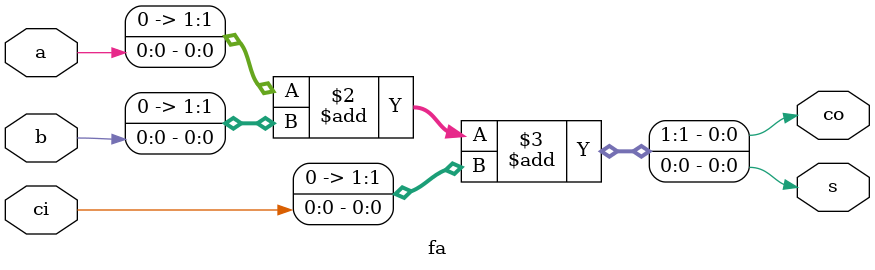
<source format=sv>
/*
   Filename: fa.sv
    Version: 1.0
   Standard: SystemVerilog 2012
Description: Full adder
     Author: Tyler Sheaves (@tsheaves)
*/
module fa(
	output logic
		co,
		s,
	input logic
		a,
		b,
		ci
);

	always_comb {co, s} = {1'b0,a} + {1'b0,b} + {1'b0,ci};

endmodule

</source>
